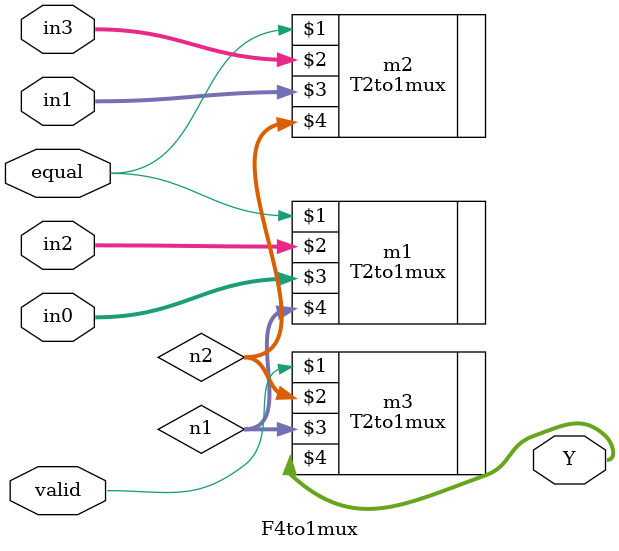
<source format=sv>
`timescale 1ns / 1ps

module F4to1mux(
    input equal,
    input valid,
    input [3:0] in0,
    input [3:0] in1,//n2
    input [3:0] in2,
    input [3:0] in3,//n4
    output [3:0] Y
    );
    
    logic [3:0] n1, n2;
    T2to1mux m1( equal, in2, in0, n1);
    T2to1mux m2( equal, in3, in1, n2);
    T2to1mux m3( valid, n2, n1, Y); 
endmodule

</source>
